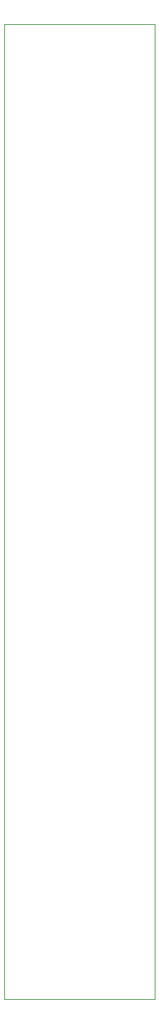
<source format=gm1>
G04 #@! TF.GenerationSoftware,KiCad,Pcbnew,(5.1.10)-1*
G04 #@! TF.CreationDate,2021-10-06T14:43:23-05:00*
G04 #@! TF.ProjectId,Slew Limiter Board,536c6577-204c-4696-9d69-74657220426f,1.0*
G04 #@! TF.SameCoordinates,Original*
G04 #@! TF.FileFunction,Profile,NP*
%FSLAX46Y46*%
G04 Gerber Fmt 4.6, Leading zero omitted, Abs format (unit mm)*
G04 Created by KiCad (PCBNEW (5.1.10)-1) date 2021-10-06 14:43:23*
%MOMM*%
%LPD*%
G01*
G04 APERTURE LIST*
G04 #@! TA.AperFunction,Profile*
%ADD10C,0.050000*%
G04 #@! TD*
G04 APERTURE END LIST*
D10*
X141500000Y-157750000D02*
X141500000Y-41750000D01*
X159500000Y-157750000D02*
X141500000Y-157750000D01*
X159500000Y-41750000D02*
X159500000Y-157750000D01*
X141500000Y-41750000D02*
X159500000Y-41750000D01*
M02*

</source>
